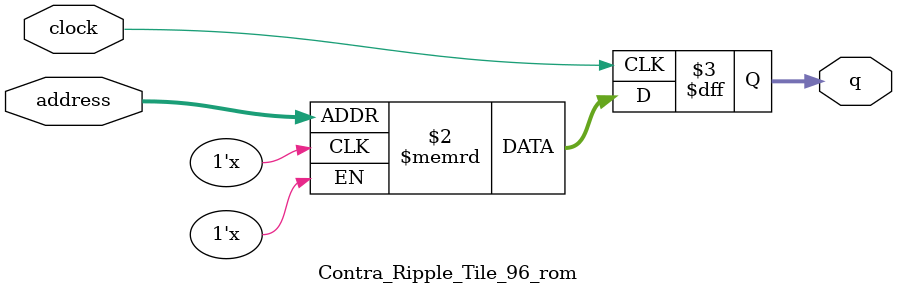
<source format=sv>
module Contra_Ripple_Tile_96_rom (
	input logic clock,
	input logic [13:0] address,
	output logic [2:0] q
);

logic [2:0] memory [0:9215] /* synthesis ram_init_file = "./Contra_Ripple_Tile_96/Contra_Ripple_Tile_96.mif" */;

always_ff @ (posedge clock) begin
	q <= memory[address];
end

endmodule

</source>
